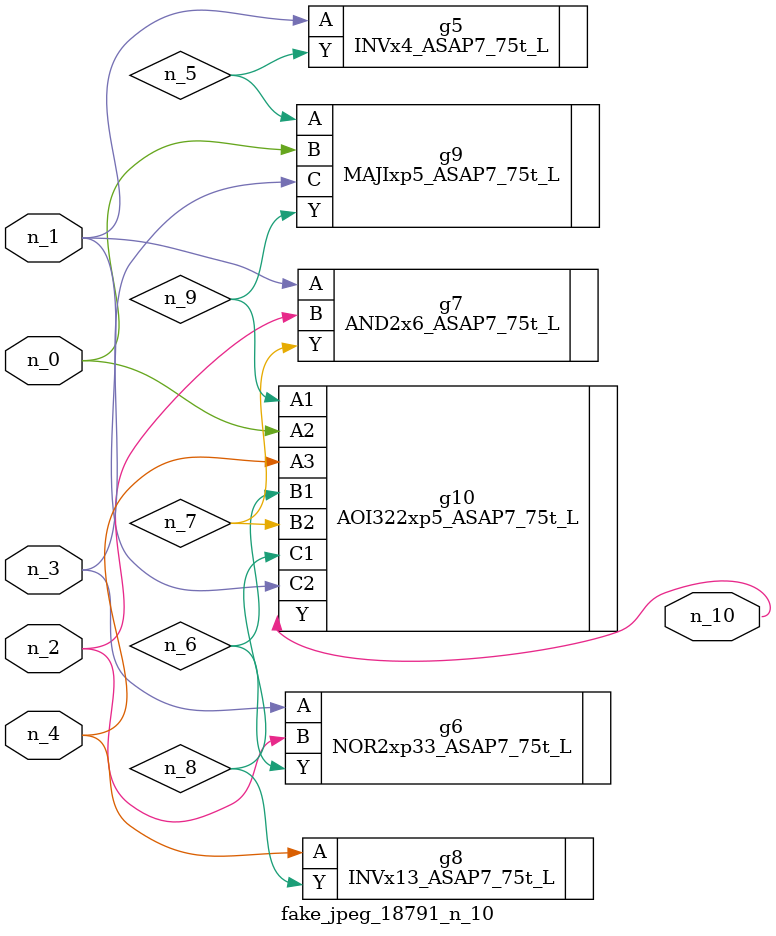
<source format=v>
module fake_jpeg_18791_n_10 (n_3, n_2, n_1, n_0, n_4, n_10);

input n_3;
input n_2;
input n_1;
input n_0;
input n_4;

output n_10;

wire n_8;
wire n_9;
wire n_6;
wire n_5;
wire n_7;

INVx4_ASAP7_75t_L g5 ( 
.A(n_1),
.Y(n_5)
);

NOR2xp33_ASAP7_75t_L g6 ( 
.A(n_3),
.B(n_2),
.Y(n_6)
);

AND2x6_ASAP7_75t_L g7 ( 
.A(n_1),
.B(n_2),
.Y(n_7)
);

INVx13_ASAP7_75t_L g8 ( 
.A(n_4),
.Y(n_8)
);

MAJIxp5_ASAP7_75t_L g9 ( 
.A(n_5),
.B(n_0),
.C(n_3),
.Y(n_9)
);

AOI322xp5_ASAP7_75t_L g10 ( 
.A1(n_9),
.A2(n_0),
.A3(n_4),
.B1(n_6),
.B2(n_7),
.C1(n_8),
.C2(n_1),
.Y(n_10)
);


endmodule
</source>
